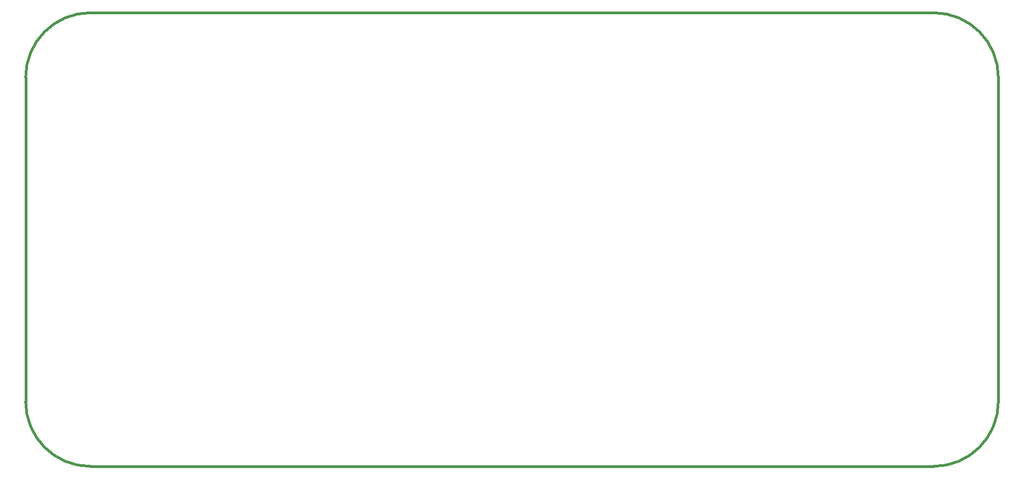
<source format=gko>
%FSLAX33Y33*%
%MOMM*%
%ADD10C,0.381*%
D10*
%LNpath-2*%
G75*
G02*
X10000Y0D02*
X0Y10000I0J10000D01*
G01*
X0Y10000D02*
X0Y60000D01*
G75*
G02*
X0Y60000D02*
X10000Y70000I10000J0D01*
G01*
X10000Y70000D02*
X140000Y70000D01*
G75*
G02*
X140000Y70000D02*
X150000Y60000I0J-10000D01*
G01*
X150000Y60000D02*
X150000Y10000D01*
G75*
G02*
X150000Y10000D02*
X140000Y0I-10000J0D01*
G01*
X140000Y0D02*
X10000Y0D01*
X10000Y0*
%LNmechanical details_traces*%
M02*
</source>
